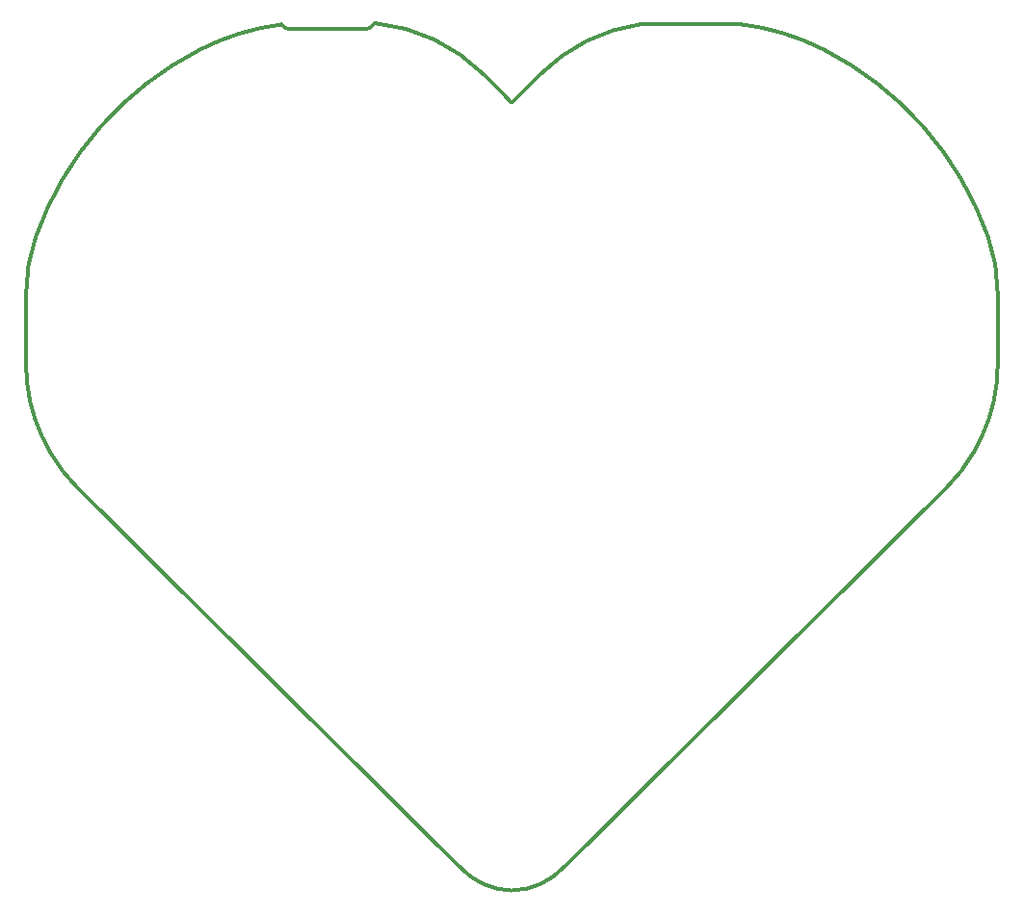
<source format=gko>
G04 Layer_Color=16711935*
%FSLAX44Y44*%
%MOMM*%
G71*
G01*
G75*
%ADD14C,0.3000*%
D14*
X1786850Y1374322D02*
G03*
X1794237Y1360018I174773J81193D01*
G01*
D02*
G03*
X1817594Y1329544I123426J70415D01*
G01*
X1817594Y1329544D02*
X2153935Y995935D01*
X2153935Y995935D02*
G03*
X2199998Y974925I47438J43005D01*
G01*
Y974925D02*
G03*
X2246065Y995935I-1371J64015D01*
G01*
X2246065Y995935D02*
X2582406Y1329544D01*
X2582406Y1329544D02*
G03*
X2605763Y1360018I-100069J100889D01*
G01*
D02*
G03*
X2613150Y1374322I-167386J95497D01*
G01*
D02*
G03*
X2626996Y1436982I-134886J62664D01*
G01*
X2626996Y1436983D02*
X2626999Y1500005D01*
X2626999Y1500005D02*
G03*
X2618498Y1549516I-148382J8D01*
G01*
X2618498Y1549517D02*
G03*
X2474191Y1714166I-278550J-98571D01*
G01*
X2474191Y1714166D02*
G03*
X2400777Y1736473I-99188J-194481D01*
G01*
X2400777Y1736472D02*
X2400758Y1736491D01*
X2313126D01*
X2313126Y1736492D02*
G03*
X2225105Y1692605I21569J-153472D01*
G01*
X2225105Y1692605D02*
X2207250Y1674750D01*
X2200854Y1668354D01*
X2200000Y1668000D02*
G03*
X2200854Y1668354I0J1207D01*
G01*
X2199146D02*
G03*
X2200000Y1668000I854J854D01*
G01*
X2199146Y1668354D02*
X2192750Y1674750D01*
X2174895Y1692605D01*
X2174895Y1692605D02*
G03*
X2080374Y1737265I-109590J-109586D01*
G01*
X2080374Y1737265D02*
X2079765D01*
X2075501Y1733001D01*
X2072000Y1732500D01*
X2004002Y1732502D01*
X2000501Y1733001D01*
X1997276Y1736226D01*
X1997284Y1736233D02*
G03*
X1925809Y1714166I27713J-216549D01*
G01*
X1925809Y1714166D02*
G03*
X1781502Y1549517I134242J-263221D01*
G01*
X1781502Y1549516D02*
G03*
X1773001Y1500005I139881J-49503D01*
G01*
X1773001Y1500005D02*
X1773005Y1436983D01*
X1773005Y1436982D02*
G03*
X1786850Y1374322I148732J4D01*
G01*
M02*

</source>
